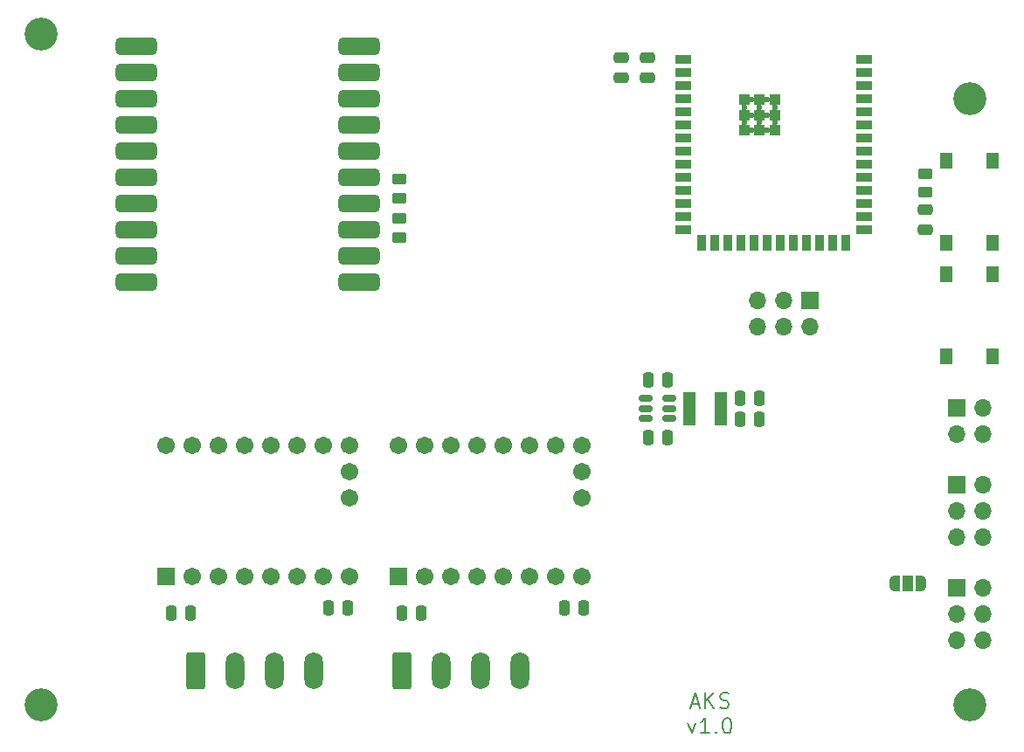
<source format=gts>
%TF.GenerationSoftware,KiCad,Pcbnew,8.0.2*%
%TF.CreationDate,2025-04-15T08:32:20+02:00*%
%TF.ProjectId,Mainboard,4d61696e-626f-4617-9264-2e6b69636164,v1.0*%
%TF.SameCoordinates,Original*%
%TF.FileFunction,Soldermask,Top*%
%TF.FilePolarity,Negative*%
%FSLAX46Y46*%
G04 Gerber Fmt 4.6, Leading zero omitted, Abs format (unit mm)*
G04 Created by KiCad (PCBNEW 8.0.2) date 2025-04-15 08:32:20*
%MOMM*%
%LPD*%
G01*
G04 APERTURE LIST*
G04 Aperture macros list*
%AMRoundRect*
0 Rectangle with rounded corners*
0 $1 Rounding radius*
0 $2 $3 $4 $5 $6 $7 $8 $9 X,Y pos of 4 corners*
0 Add a 4 corners polygon primitive as box body*
4,1,4,$2,$3,$4,$5,$6,$7,$8,$9,$2,$3,0*
0 Add four circle primitives for the rounded corners*
1,1,$1+$1,$2,$3*
1,1,$1+$1,$4,$5*
1,1,$1+$1,$6,$7*
1,1,$1+$1,$8,$9*
0 Add four rect primitives between the rounded corners*
20,1,$1+$1,$2,$3,$4,$5,0*
20,1,$1+$1,$4,$5,$6,$7,0*
20,1,$1+$1,$6,$7,$8,$9,0*
20,1,$1+$1,$8,$9,$2,$3,0*%
%AMFreePoly0*
4,1,19,0.550000,-0.750000,0.000000,-0.750000,0.000000,-0.744911,-0.071157,-0.744911,-0.207708,-0.704816,-0.327430,-0.627875,-0.420627,-0.520320,-0.479746,-0.390866,-0.500000,-0.250000,-0.500000,0.250000,-0.479746,0.390866,-0.420627,0.520320,-0.327430,0.627875,-0.207708,0.704816,-0.071157,0.744911,0.000000,0.744911,0.000000,0.750000,0.550000,0.750000,0.550000,-0.750000,0.550000,-0.750000,
$1*%
%AMFreePoly1*
4,1,19,0.000000,0.744911,0.071157,0.744911,0.207708,0.704816,0.327430,0.627875,0.420627,0.520320,0.479746,0.390866,0.500000,0.250000,0.500000,-0.250000,0.479746,-0.390866,0.420627,-0.520320,0.327430,-0.627875,0.207708,-0.704816,0.071157,-0.744911,0.000000,-0.744911,0.000000,-0.750000,-0.550000,-0.750000,-0.550000,0.750000,0.000000,0.750000,0.000000,0.744911,0.000000,0.744911,
$1*%
G04 Aperture macros list end*
%ADD10C,0.187500*%
%ADD11RoundRect,0.250000X-0.650000X-1.550000X0.650000X-1.550000X0.650000X1.550000X-0.650000X1.550000X0*%
%ADD12O,1.800000X3.600000*%
%ADD13R,1.300000X1.550000*%
%ADD14RoundRect,0.250000X0.250000X0.475000X-0.250000X0.475000X-0.250000X-0.475000X0.250000X-0.475000X0*%
%ADD15C,3.200000*%
%ADD16RoundRect,0.250000X-0.450000X0.262500X-0.450000X-0.262500X0.450000X-0.262500X0.450000X0.262500X0*%
%ADD17R,1.700000X1.700000*%
%ADD18O,1.700000X1.700000*%
%ADD19RoundRect,0.250000X-0.250000X-0.475000X0.250000X-0.475000X0.250000X0.475000X-0.250000X0.475000X0*%
%ADD20RoundRect,0.425000X1.575000X0.425000X-1.575000X0.425000X-1.575000X-0.425000X1.575000X-0.425000X0*%
%ADD21R,1.200000X3.300000*%
%ADD22R,1.500000X0.900000*%
%ADD23R,0.900000X1.500000*%
%ADD24R,1.000000X1.000000*%
%ADD25C,0.600000*%
%ADD26RoundRect,0.102000X0.754000X-0.754000X0.754000X0.754000X-0.754000X0.754000X-0.754000X-0.754000X0*%
%ADD27C,1.712000*%
%ADD28RoundRect,0.250000X0.475000X-0.250000X0.475000X0.250000X-0.475000X0.250000X-0.475000X-0.250000X0*%
%ADD29RoundRect,0.150000X-0.512500X-0.150000X0.512500X-0.150000X0.512500X0.150000X-0.512500X0.150000X0*%
%ADD30RoundRect,0.250000X-0.475000X0.250000X-0.475000X-0.250000X0.475000X-0.250000X0.475000X0.250000X0*%
%ADD31FreePoly0,180.000000*%
%ADD32R,1.000000X1.500000*%
%ADD33FreePoly1,180.000000*%
G04 APERTURE END LIST*
D10*
X160678572Y-133548149D02*
X161392858Y-133548149D01*
X160535715Y-133976720D02*
X161035715Y-132476720D01*
X161035715Y-132476720D02*
X161535715Y-133976720D01*
X162035714Y-133976720D02*
X162035714Y-132476720D01*
X162892857Y-133976720D02*
X162250000Y-133119577D01*
X162892857Y-132476720D02*
X162035714Y-133333863D01*
X163464286Y-133905292D02*
X163678572Y-133976720D01*
X163678572Y-133976720D02*
X164035714Y-133976720D01*
X164035714Y-133976720D02*
X164178572Y-133905292D01*
X164178572Y-133905292D02*
X164250000Y-133833863D01*
X164250000Y-133833863D02*
X164321429Y-133691006D01*
X164321429Y-133691006D02*
X164321429Y-133548149D01*
X164321429Y-133548149D02*
X164250000Y-133405292D01*
X164250000Y-133405292D02*
X164178572Y-133333863D01*
X164178572Y-133333863D02*
X164035714Y-133262434D01*
X164035714Y-133262434D02*
X163750000Y-133191006D01*
X163750000Y-133191006D02*
X163607143Y-133119577D01*
X163607143Y-133119577D02*
X163535714Y-133048149D01*
X163535714Y-133048149D02*
X163464286Y-132905292D01*
X163464286Y-132905292D02*
X163464286Y-132762434D01*
X163464286Y-132762434D02*
X163535714Y-132619577D01*
X163535714Y-132619577D02*
X163607143Y-132548149D01*
X163607143Y-132548149D02*
X163750000Y-132476720D01*
X163750000Y-132476720D02*
X164107143Y-132476720D01*
X164107143Y-132476720D02*
X164321429Y-132548149D01*
X160357143Y-135391636D02*
X160714286Y-136391636D01*
X160714286Y-136391636D02*
X161071429Y-135391636D01*
X162428572Y-136391636D02*
X161571429Y-136391636D01*
X162000000Y-136391636D02*
X162000000Y-134891636D01*
X162000000Y-134891636D02*
X161857143Y-135105922D01*
X161857143Y-135105922D02*
X161714286Y-135248779D01*
X161714286Y-135248779D02*
X161571429Y-135320208D01*
X163071428Y-136248779D02*
X163142857Y-136320208D01*
X163142857Y-136320208D02*
X163071428Y-136391636D01*
X163071428Y-136391636D02*
X163000000Y-136320208D01*
X163000000Y-136320208D02*
X163071428Y-136248779D01*
X163071428Y-136248779D02*
X163071428Y-136391636D01*
X164071429Y-134891636D02*
X164214286Y-134891636D01*
X164214286Y-134891636D02*
X164357143Y-134963065D01*
X164357143Y-134963065D02*
X164428572Y-135034493D01*
X164428572Y-135034493D02*
X164500000Y-135177350D01*
X164500000Y-135177350D02*
X164571429Y-135463065D01*
X164571429Y-135463065D02*
X164571429Y-135820208D01*
X164571429Y-135820208D02*
X164500000Y-136105922D01*
X164500000Y-136105922D02*
X164428572Y-136248779D01*
X164428572Y-136248779D02*
X164357143Y-136320208D01*
X164357143Y-136320208D02*
X164214286Y-136391636D01*
X164214286Y-136391636D02*
X164071429Y-136391636D01*
X164071429Y-136391636D02*
X163928572Y-136320208D01*
X163928572Y-136320208D02*
X163857143Y-136248779D01*
X163857143Y-136248779D02*
X163785714Y-136105922D01*
X163785714Y-136105922D02*
X163714286Y-135820208D01*
X163714286Y-135820208D02*
X163714286Y-135463065D01*
X163714286Y-135463065D02*
X163785714Y-135177350D01*
X163785714Y-135177350D02*
X163857143Y-135034493D01*
X163857143Y-135034493D02*
X163928572Y-134963065D01*
X163928572Y-134963065D02*
X164071429Y-134891636D01*
D11*
%TO.C,J1*%
X112646000Y-130370000D03*
D12*
X116456000Y-130370000D03*
X120266000Y-130370000D03*
X124076000Y-130370000D03*
%TD*%
D13*
%TO.C,SW1*%
X189896000Y-80895000D03*
X189896000Y-88845000D03*
X185396000Y-80895000D03*
X185396000Y-88845000D03*
%TD*%
D14*
%TO.C,C9*%
X127384000Y-124214000D03*
X125484000Y-124214000D03*
%TD*%
D15*
%TO.C,H2*%
X97646000Y-133620000D03*
%TD*%
D16*
%TO.C,R2*%
X132371000Y-82722500D03*
X132371000Y-84547500D03*
%TD*%
D14*
%TO.C,C1*%
X158372000Y-102116000D03*
X156472000Y-102116000D03*
%TD*%
D11*
%TO.C,J3*%
X132646000Y-130370000D03*
D12*
X136456000Y-130370000D03*
X140266000Y-130370000D03*
X144076000Y-130370000D03*
%TD*%
D17*
%TO.C,J2*%
X186371000Y-104870000D03*
D18*
X188911000Y-104870000D03*
X186371000Y-107410000D03*
X188911000Y-107410000D03*
%TD*%
D17*
%TO.C,J6*%
X186371000Y-112345000D03*
D18*
X188911000Y-112345000D03*
X186371000Y-114885000D03*
X188911000Y-114885000D03*
X186371000Y-117425000D03*
X188911000Y-117425000D03*
%TD*%
D19*
%TO.C,C2*%
X156472000Y-107704000D03*
X158372000Y-107704000D03*
%TD*%
D14*
%TO.C,C11*%
X150244000Y-124214000D03*
X148344000Y-124214000D03*
%TD*%
D15*
%TO.C,H3*%
X187646000Y-133620000D03*
%TD*%
D19*
%TO.C,C3*%
X165362000Y-105926000D03*
X167262000Y-105926000D03*
%TD*%
D14*
%TO.C,C8*%
X112144000Y-124722000D03*
X110244000Y-124722000D03*
%TD*%
D20*
%TO.C,U2*%
X106851000Y-69835000D03*
X106851000Y-72375000D03*
X106851000Y-74915000D03*
X106851000Y-77455000D03*
X106851000Y-79995000D03*
X106851000Y-82535000D03*
X106851000Y-85075000D03*
X106851000Y-87615000D03*
X106851000Y-90155000D03*
X106851000Y-92695000D03*
X128441000Y-69835000D03*
X128441000Y-72375000D03*
X128441000Y-74915000D03*
X128441000Y-77455000D03*
X128441000Y-79995000D03*
X128441000Y-82535000D03*
X128441000Y-85075000D03*
X128441000Y-87615000D03*
X128441000Y-90155000D03*
X128441000Y-92695000D03*
%TD*%
D21*
%TO.C,L1*%
X160444000Y-104910000D03*
X163544000Y-104910000D03*
%TD*%
D22*
%TO.C,U4*%
X159896000Y-71110000D03*
X159896000Y-72380000D03*
X159896000Y-73650000D03*
X159896000Y-74920000D03*
X159896000Y-76190000D03*
X159896000Y-77460000D03*
X159896000Y-78730000D03*
X159896000Y-80000000D03*
X159896000Y-81270000D03*
X159896000Y-82540000D03*
X159896000Y-83810000D03*
X159896000Y-85080000D03*
X159896000Y-86350000D03*
X159896000Y-87620000D03*
D23*
X161661000Y-88870000D03*
X162931000Y-88870000D03*
X164201000Y-88870000D03*
X165471000Y-88870000D03*
X166741000Y-88870000D03*
X168011000Y-88870000D03*
X169281000Y-88870000D03*
X170551000Y-88870000D03*
X171821000Y-88870000D03*
X173091000Y-88870000D03*
X174361000Y-88870000D03*
X175631000Y-88870000D03*
D22*
X177396000Y-87620000D03*
X177396000Y-86350000D03*
X177396000Y-85080000D03*
X177396000Y-83810000D03*
X177396000Y-82540000D03*
X177396000Y-81270000D03*
X177396000Y-80000000D03*
X177396000Y-78730000D03*
X177396000Y-77460000D03*
X177396000Y-76190000D03*
X177396000Y-74920000D03*
X177396000Y-73650000D03*
X177396000Y-72380000D03*
X177396000Y-71110000D03*
D24*
X165786000Y-74960000D03*
D25*
X165786000Y-75710000D03*
D24*
X165786000Y-76460000D03*
D25*
X165786000Y-77210000D03*
D24*
X165786000Y-77960000D03*
D25*
X166536000Y-74960000D03*
X166536000Y-76460000D03*
X166536000Y-77960000D03*
D24*
X167286000Y-74960000D03*
D25*
X167286000Y-75710000D03*
D24*
X167286000Y-76460000D03*
D25*
X167286000Y-77210000D03*
D24*
X167286000Y-77960000D03*
D25*
X168036000Y-74960000D03*
X168036000Y-76460000D03*
X168036000Y-77960000D03*
D24*
X168786000Y-74960000D03*
D25*
X168786000Y-75710000D03*
D24*
X168786000Y-76460000D03*
D25*
X168786000Y-77210000D03*
D24*
X168786000Y-77960000D03*
%TD*%
D26*
%TO.C,U3*%
X109756000Y-121220000D03*
D27*
X112296000Y-121220000D03*
X114836000Y-121220000D03*
X117376000Y-121220000D03*
X119916000Y-121220000D03*
X122456000Y-121220000D03*
X124996000Y-121220000D03*
X127536000Y-121220000D03*
X109756000Y-108520000D03*
X112296000Y-108520000D03*
X114836000Y-108520000D03*
X117376000Y-108520000D03*
X119916000Y-108520000D03*
X122456000Y-108520000D03*
X124996000Y-108520000D03*
X127536000Y-108520000D03*
X127536000Y-113600000D03*
X127536000Y-111060000D03*
%TD*%
D15*
%TO.C,H4*%
X187646000Y-74870000D03*
%TD*%
%TO.C,H1*%
X97646000Y-68620000D03*
%TD*%
D28*
%TO.C,C5*%
X153866000Y-72840000D03*
X153866000Y-70940000D03*
%TD*%
D26*
%TO.C,U5*%
X132256000Y-121220000D03*
D27*
X134796000Y-121220000D03*
X137336000Y-121220000D03*
X139876000Y-121220000D03*
X142416000Y-121220000D03*
X144956000Y-121220000D03*
X147496000Y-121220000D03*
X150036000Y-121220000D03*
X132256000Y-108520000D03*
X134796000Y-108520000D03*
X137336000Y-108520000D03*
X139876000Y-108520000D03*
X142416000Y-108520000D03*
X144956000Y-108520000D03*
X147496000Y-108520000D03*
X150036000Y-108520000D03*
X150036000Y-113600000D03*
X150036000Y-111060000D03*
%TD*%
D13*
%TO.C,SW2*%
X185396000Y-99845000D03*
X185396000Y-91895000D03*
X189896000Y-99845000D03*
X189896000Y-91895000D03*
%TD*%
D29*
%TO.C,U1*%
X156284500Y-103960000D03*
X156284500Y-104910000D03*
X156284500Y-105860000D03*
X158559500Y-105860000D03*
X158559500Y-104910000D03*
X158559500Y-103960000D03*
%TD*%
D16*
%TO.C,R3*%
X132371000Y-86532500D03*
X132371000Y-88357500D03*
%TD*%
D14*
%TO.C,C10*%
X134496000Y-124722000D03*
X132596000Y-124722000D03*
%TD*%
D16*
%TO.C,R1*%
X183330000Y-82153500D03*
X183330000Y-83978500D03*
%TD*%
D30*
%TO.C,C7*%
X183330000Y-85672000D03*
X183330000Y-87572000D03*
%TD*%
D31*
%TO.C,JP1*%
X182946000Y-121870000D03*
D32*
X181646000Y-121870000D03*
D33*
X180346000Y-121870000D03*
%TD*%
D17*
%TO.C,J5*%
X186371000Y-122345000D03*
D18*
X188911000Y-122345000D03*
X186371000Y-124885000D03*
X188911000Y-124885000D03*
X186371000Y-127425000D03*
X188911000Y-127425000D03*
%TD*%
D28*
%TO.C,C6*%
X156406000Y-72840000D03*
X156406000Y-70940000D03*
%TD*%
D19*
%TO.C,C4*%
X165362000Y-103894000D03*
X167262000Y-103894000D03*
%TD*%
D17*
%TO.C,J4*%
X172139000Y-94491000D03*
D18*
X172139000Y-97031000D03*
X169599000Y-94491000D03*
X169599000Y-97031000D03*
X167059000Y-94491000D03*
X167059000Y-97031000D03*
%TD*%
M02*

</source>
